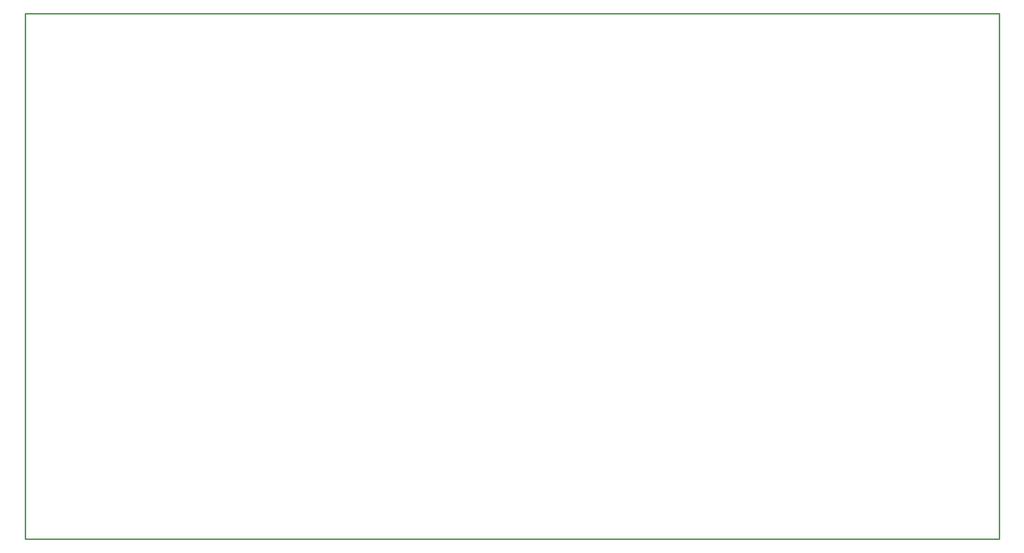
<source format=gko>
G04 Layer_Color=16711935*
%FSLAX25Y25*%
%MOIN*%
G70*
G01*
G75*
%ADD23C,0.01000*%
D23*
X225000Y100000D02*
X920000D01*
Y475000D01*
X225000D02*
X920000D01*
X225000Y100000D02*
Y475000D01*
M02*

</source>
